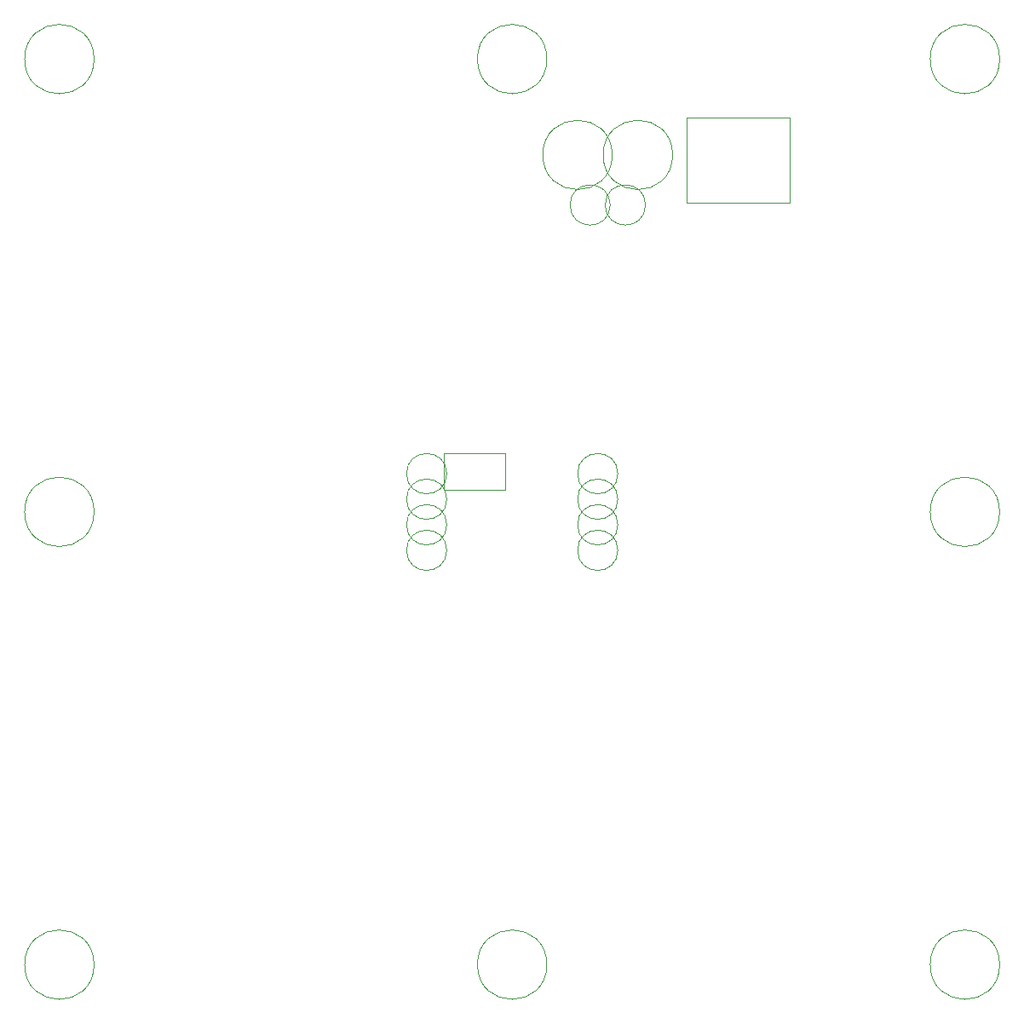
<source format=gbr>
%TF.GenerationSoftware,KiCad,Pcbnew,7.0.2-6a45011f42~172~ubuntu22.04.1*%
%TF.CreationDate,2023-05-30T13:10:43+12:00*%
%TF.ProjectId,THE_BRAWN-20A_LOGIC_FIXTURE,5448455f-4252-4415-974e-2d3230415f4c,v1.0*%
%TF.SameCoordinates,Original*%
%TF.FileFunction,Other,User*%
%FSLAX46Y46*%
G04 Gerber Fmt 4.6, Leading zero omitted, Abs format (unit mm)*
G04 Created by KiCad (PCBNEW 7.0.2-6a45011f42~172~ubuntu22.04.1) date 2023-05-30 13:10:43*
%MOMM*%
%LPD*%
G01*
G04 APERTURE LIST*
%ADD10C,0.050000*%
G04 APERTURE END LIST*
D10*
%TO.C,TP21*%
X230500000Y-143820000D02*
G75*
G03*
X230500000Y-143820000I-2000000J0D01*
G01*
%TO.C,M3*%
X268450000Y-185000000D02*
G75*
G03*
X268450000Y-185000000I-3450000J0D01*
G01*
%TO.C,M5*%
X178450000Y-95000000D02*
G75*
G03*
X178450000Y-95000000I-3450000J0D01*
G01*
%TO.C,M6*%
X268450000Y-140000000D02*
G75*
G03*
X268450000Y-140000000I-3450000J0D01*
G01*
%TO.C,M11*%
X235950000Y-104525000D02*
G75*
G03*
X235950000Y-104525000I-3450000J0D01*
G01*
%TO.C,TP1*%
X213500000Y-136200000D02*
G75*
G03*
X213500000Y-136200000I-2000000J0D01*
G01*
%TO.C,M4*%
X223450000Y-95000000D02*
G75*
G03*
X223450000Y-95000000I-3450000J0D01*
G01*
%TO.C,M7*%
X178450000Y-140000000D02*
G75*
G03*
X178450000Y-140000000I-3450000J0D01*
G01*
%TO.C,M12*%
X229950000Y-104525000D02*
G75*
G03*
X229950000Y-104525000I-3450000J0D01*
G01*
%TO.C,M1*%
X178450000Y-185000000D02*
G75*
G03*
X178450000Y-185000000I-3450000J0D01*
G01*
%TO.C,N1*%
X247550000Y-109300000D02*
X237300000Y-109300000D01*
X247550000Y-100800000D02*
X247550000Y-109300000D01*
X237300000Y-109300000D02*
X237300000Y-100800000D01*
X237300000Y-100800000D02*
X247550000Y-100800000D01*
%TO.C,M2*%
X268450000Y-95000000D02*
G75*
G03*
X268450000Y-95000000I-3450000J0D01*
G01*
%TO.C,TP19*%
X230500000Y-138740000D02*
G75*
G03*
X230500000Y-138740000I-2000000J0D01*
G01*
%TO.C,TP18*%
X230500000Y-136200000D02*
G75*
G03*
X230500000Y-136200000I-2000000J0D01*
G01*
%TO.C,TP2*%
X213500000Y-138740000D02*
G75*
G03*
X213500000Y-138740000I-2000000J0D01*
G01*
%TO.C,J5*%
X213200000Y-137800000D02*
X219300000Y-137800000D01*
X219300000Y-137800000D02*
X219300000Y-134200000D01*
X213200000Y-134200000D02*
X213200000Y-137800000D01*
X219300000Y-134200000D02*
X213200000Y-134200000D01*
%TO.C,M8*%
X223450000Y-185000000D02*
G75*
G03*
X223450000Y-185000000I-3450000J0D01*
G01*
%TO.C,TP20*%
X230500000Y-141280000D02*
G75*
G03*
X230500000Y-141280000I-2000000J0D01*
G01*
%TO.C,TP3*%
X213500000Y-141280000D02*
G75*
G03*
X213500000Y-141280000I-2000000J0D01*
G01*
%TO.C,TP17*%
X233250000Y-109500000D02*
G75*
G03*
X233250000Y-109500000I-2000000J0D01*
G01*
%TO.C,TP16*%
X229750000Y-109500000D02*
G75*
G03*
X229750000Y-109500000I-2000000J0D01*
G01*
%TO.C,TP4*%
X213500000Y-143820000D02*
G75*
G03*
X213500000Y-143820000I-2000000J0D01*
G01*
%TD*%
M02*

</source>
